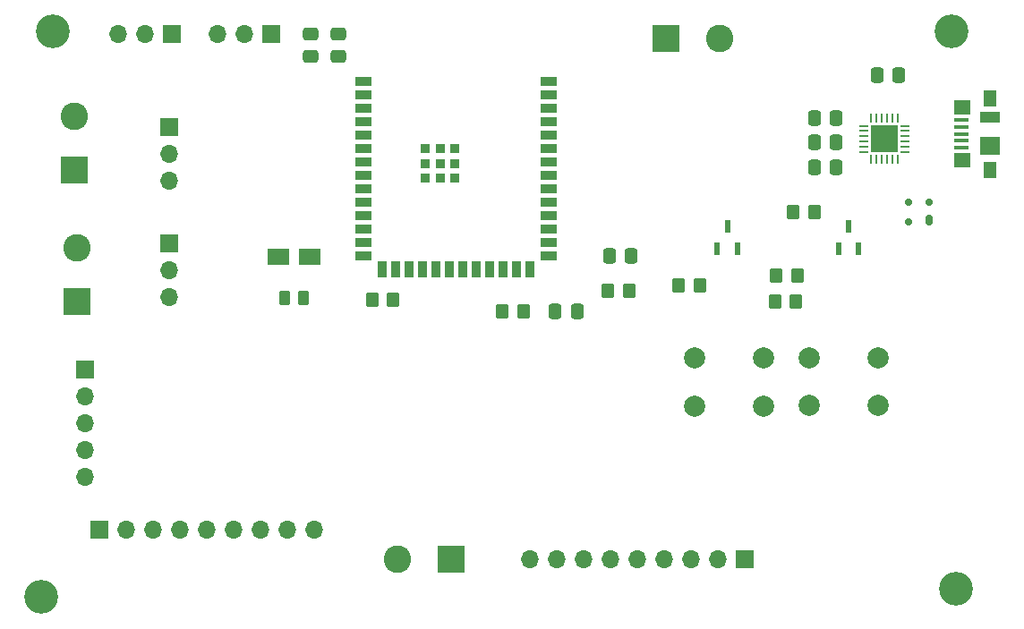
<source format=gts>
%TF.GenerationSoftware,KiCad,Pcbnew,8.0.5*%
%TF.CreationDate,2024-11-24T13:49:32-06:00*%
%TF.ProjectId,Autonomous_Gardening_Rover_v2,4175746f-6e6f-46d6-9f75-735f47617264,rev?*%
%TF.SameCoordinates,Original*%
%TF.FileFunction,Soldermask,Top*%
%TF.FilePolarity,Negative*%
%FSLAX46Y46*%
G04 Gerber Fmt 4.6, Leading zero omitted, Abs format (unit mm)*
G04 Created by KiCad (PCBNEW 8.0.5) date 2024-11-24 13:49:32*
%MOMM*%
%LPD*%
G01*
G04 APERTURE LIST*
G04 Aperture macros list*
%AMRoundRect*
0 Rectangle with rounded corners*
0 $1 Rounding radius*
0 $2 $3 $4 $5 $6 $7 $8 $9 X,Y pos of 4 corners*
0 Add a 4 corners polygon primitive as box body*
4,1,4,$2,$3,$4,$5,$6,$7,$8,$9,$2,$3,0*
0 Add four circle primitives for the rounded corners*
1,1,$1+$1,$2,$3*
1,1,$1+$1,$4,$5*
1,1,$1+$1,$6,$7*
1,1,$1+$1,$8,$9*
0 Add four rect primitives between the rounded corners*
20,1,$1+$1,$2,$3,$4,$5,0*
20,1,$1+$1,$4,$5,$6,$7,0*
20,1,$1+$1,$6,$7,$8,$9,0*
20,1,$1+$1,$8,$9,$2,$3,0*%
%AMFreePoly0*
4,1,6,1.000000,0.000000,0.500000,-0.750000,-0.500000,-0.750000,-0.500000,0.750000,0.500000,0.750000,1.000000,0.000000,1.000000,0.000000,$1*%
G04 Aperture macros list end*
%ADD10R,2.600000X2.600000*%
%ADD11C,2.600000*%
%ADD12R,1.700000X1.700000*%
%ADD13O,1.700000X1.700000*%
%ADD14R,1.498600X0.812800*%
%ADD15R,0.812800X1.498600*%
%ADD16R,0.889000X0.889000*%
%ADD17R,0.558800X1.219200*%
%ADD18RoundRect,0.250000X-0.337500X-0.475000X0.337500X-0.475000X0.337500X0.475000X-0.337500X0.475000X0*%
%ADD19RoundRect,0.250000X-0.350000X-0.450000X0.350000X-0.450000X0.350000X0.450000X-0.350000X0.450000X0*%
%ADD20C,3.200000*%
%ADD21RoundRect,0.250000X0.337500X0.475000X-0.337500X0.475000X-0.337500X-0.475000X0.337500X-0.475000X0*%
%ADD22RoundRect,0.250000X0.475000X-0.337500X0.475000X0.337500X-0.475000X0.337500X-0.475000X-0.337500X0*%
%ADD23R,1.500000X1.500000*%
%ADD24FreePoly0,0.000000*%
%ADD25FreePoly0,180.000000*%
%ADD26RoundRect,0.175000X0.175000X0.325000X-0.175000X0.325000X-0.175000X-0.325000X0.175000X-0.325000X0*%
%ADD27RoundRect,0.150000X0.200000X0.150000X-0.200000X0.150000X-0.200000X-0.150000X0.200000X-0.150000X0*%
%ADD28RoundRect,0.250000X0.262500X0.450000X-0.262500X0.450000X-0.262500X-0.450000X0.262500X-0.450000X0*%
%ADD29RoundRect,0.062500X0.350000X0.062500X-0.350000X0.062500X-0.350000X-0.062500X0.350000X-0.062500X0*%
%ADD30RoundRect,0.062500X0.062500X0.350000X-0.062500X0.350000X-0.062500X-0.350000X0.062500X-0.350000X0*%
%ADD31RoundRect,0.250000X0.350000X0.450000X-0.350000X0.450000X-0.350000X-0.450000X0.350000X-0.450000X0*%
%ADD32C,2.000000*%
%ADD33R,1.380000X0.450000*%
%ADD34R,1.300000X1.650000*%
%ADD35R,1.550000X1.425000*%
%ADD36R,1.900000X1.800000*%
%ADD37R,1.900000X1.000000*%
G04 APERTURE END LIST*
D10*
%TO.C,J8*%
X57305000Y-105545000D03*
D11*
X57305000Y-100465000D03*
%TD*%
D12*
%TO.C,J1*%
X66280000Y-80200000D03*
D13*
X63740000Y-80200000D03*
X61200000Y-80200000D03*
%TD*%
D14*
%TO.C,U3*%
X84394500Y-84740000D03*
X84394500Y-86010000D03*
X84394500Y-87280000D03*
X84394500Y-88550000D03*
X84394500Y-89820000D03*
X84394500Y-91090000D03*
X84394500Y-92360000D03*
X84394500Y-93630000D03*
X84394500Y-94900000D03*
X84394500Y-96170000D03*
X84394500Y-97440000D03*
X84394500Y-98710000D03*
X84394500Y-99980000D03*
X84394500Y-101250000D03*
D15*
X86159500Y-102500000D03*
X87429500Y-102500000D03*
X88699500Y-102500000D03*
X89969500Y-102500000D03*
X91239500Y-102500000D03*
X92509500Y-102500000D03*
X93779500Y-102500000D03*
X95049500Y-102500000D03*
X96319500Y-102500000D03*
X97589500Y-102500000D03*
X98859500Y-102500000D03*
X100129500Y-102500000D03*
D14*
X101894500Y-101250000D03*
X101894500Y-99980000D03*
X101894500Y-98710000D03*
X101894500Y-97440000D03*
X101894500Y-96170000D03*
X101894500Y-94900000D03*
X101894500Y-93630000D03*
X101894500Y-92360000D03*
X101894500Y-91090000D03*
X101894500Y-89820000D03*
X101894500Y-88550000D03*
X101894500Y-87280000D03*
X101894500Y-86010000D03*
X101894500Y-84740000D03*
D16*
X91644500Y-92460000D03*
X90244500Y-91060000D03*
X90244500Y-92460000D03*
X90244500Y-93860000D03*
X91644500Y-93860000D03*
X93044500Y-93860000D03*
X93044500Y-92460000D03*
X93044500Y-91060000D03*
X91644500Y-91060000D03*
%TD*%
D17*
%TO.C,Q2*%
X129300000Y-100500000D03*
X131200002Y-100500000D03*
X130250001Y-98458001D03*
%TD*%
D18*
%TO.C,C3*%
X102500000Y-106500000D03*
X104575000Y-106500000D03*
%TD*%
D17*
%TO.C,Q1*%
X117849999Y-100500000D03*
X119750001Y-100500000D03*
X118800000Y-98458001D03*
%TD*%
D12*
%TO.C,J11*%
X58000000Y-111925000D03*
D13*
X58000000Y-114465000D03*
X58000000Y-117005000D03*
X58000000Y-119545000D03*
X58000000Y-122085000D03*
%TD*%
D19*
%TO.C,R1*%
X97500000Y-106500000D03*
X99500000Y-106500000D03*
%TD*%
D20*
%TO.C,H2*%
X140000000Y-80000000D03*
%TD*%
D10*
%TO.C,J6*%
X92645000Y-129895000D03*
D11*
X87565000Y-129895000D03*
%TD*%
D21*
%TO.C,C6*%
X129100000Y-92800000D03*
X127025000Y-92800000D03*
%TD*%
D22*
%TO.C,C2*%
X79400000Y-82300000D03*
X79400000Y-80225000D03*
%TD*%
D23*
%TO.C,JP1*%
X76600000Y-101300000D03*
X79000000Y-101300000D03*
D24*
X75800000Y-101300000D03*
D25*
X79800000Y-101300000D03*
%TD*%
D22*
%TO.C,C1*%
X82000000Y-82300000D03*
X82000000Y-80225000D03*
%TD*%
D19*
%TO.C,R6*%
X123400000Y-103100000D03*
X125400000Y-103100000D03*
%TD*%
D26*
%TO.C,D4*%
X137900000Y-97800000D03*
D27*
X137900000Y-96100000D03*
X135900000Y-96100000D03*
X135900000Y-98000000D03*
%TD*%
D28*
%TO.C,R3*%
X78700000Y-105200000D03*
X76875000Y-105200000D03*
%TD*%
D10*
%TO.C,J3*%
X57000000Y-93080000D03*
D11*
X57000000Y-88000000D03*
%TD*%
D19*
%TO.C,R7*%
X114200000Y-104000000D03*
X116200000Y-104000000D03*
%TD*%
%TO.C,R4*%
X85200000Y-105400000D03*
X87200000Y-105400000D03*
%TD*%
D12*
%TO.C,J12*%
X120440000Y-129900000D03*
D13*
X117900000Y-129900000D03*
X115360000Y-129900000D03*
X112820000Y-129900000D03*
X110280000Y-129900000D03*
X107740000Y-129900000D03*
X105200000Y-129900000D03*
X102660000Y-129900000D03*
X100120000Y-129900000D03*
%TD*%
D12*
%TO.C,J10*%
X59350000Y-127100000D03*
D13*
X61890000Y-127100000D03*
X64430000Y-127100000D03*
X66970000Y-127100000D03*
X69510000Y-127100000D03*
X72050000Y-127100000D03*
X74590000Y-127100000D03*
X77130000Y-127100000D03*
X79670000Y-127100000D03*
%TD*%
D29*
%TO.C,U2*%
X135587500Y-91400000D03*
X135587500Y-90900000D03*
X135587500Y-90400000D03*
X135587500Y-89900000D03*
X135587500Y-89400000D03*
X135587500Y-88900000D03*
D30*
X134900000Y-88212500D03*
X134400000Y-88212500D03*
X133900000Y-88212500D03*
X133400000Y-88212500D03*
X132900000Y-88212500D03*
X132400000Y-88212500D03*
D29*
X131712500Y-88900000D03*
X131712500Y-89400000D03*
X131712500Y-89900000D03*
X131712500Y-90400000D03*
X131712500Y-90900000D03*
X131712500Y-91400000D03*
D30*
X132400000Y-92087500D03*
X132900000Y-92087500D03*
X133400000Y-92087500D03*
X133900000Y-92087500D03*
X134400000Y-92087500D03*
X134900000Y-92087500D03*
D10*
X133650000Y-90150000D03*
%TD*%
D19*
%TO.C,R5*%
X123300000Y-105500000D03*
X125300000Y-105500000D03*
%TD*%
D12*
%TO.C,J9*%
X75680000Y-80200000D03*
D13*
X73140000Y-80200000D03*
X70600000Y-80200000D03*
%TD*%
D31*
%TO.C,R2*%
X109500000Y-104500000D03*
X107500000Y-104500000D03*
%TD*%
D12*
%TO.C,J7*%
X66000000Y-100000000D03*
D13*
X66000000Y-102540000D03*
X66000000Y-105080000D03*
%TD*%
D12*
%TO.C,J5*%
X66000000Y-89000000D03*
D13*
X66000000Y-91540000D03*
X66000000Y-94080000D03*
%TD*%
D20*
%TO.C,H3*%
X140400000Y-132700000D03*
%TD*%
D19*
%TO.C,R8*%
X125000000Y-97100000D03*
X127000000Y-97100000D03*
%TD*%
D20*
%TO.C,H1*%
X55000000Y-80000000D03*
%TD*%
D32*
%TO.C,SW1*%
X122200000Y-115400000D03*
X115700000Y-115400000D03*
X122200000Y-110900000D03*
X115700000Y-110900000D03*
%TD*%
%TO.C,SW2*%
X133050000Y-115350000D03*
X126550000Y-115350000D03*
X133050000Y-110850000D03*
X126550000Y-110850000D03*
%TD*%
D21*
%TO.C,C7*%
X129100000Y-88200000D03*
X127025000Y-88200000D03*
%TD*%
D10*
%TO.C,J4*%
X112955000Y-80605000D03*
D11*
X118035000Y-80605000D03*
%TD*%
D21*
%TO.C,C8*%
X129100000Y-90500000D03*
X127025000Y-90500000D03*
%TD*%
D18*
%TO.C,C4*%
X107625000Y-101200000D03*
X109700000Y-101200000D03*
%TD*%
%TO.C,C5*%
X132925000Y-84100000D03*
X135000000Y-84100000D03*
%TD*%
D33*
%TO.C,J2*%
X140940000Y-90975000D03*
X140940000Y-90325000D03*
X140940000Y-89675000D03*
X140940000Y-89025000D03*
X140940000Y-88375000D03*
D34*
X143600000Y-93050000D03*
D35*
X141025000Y-92162500D03*
D36*
X143600000Y-90825000D03*
D37*
X143600000Y-88125000D03*
D35*
X141025000Y-87187500D03*
D34*
X143600000Y-86300000D03*
%TD*%
D20*
%TO.C,H4*%
X53900000Y-133500000D03*
%TD*%
M02*

</source>
